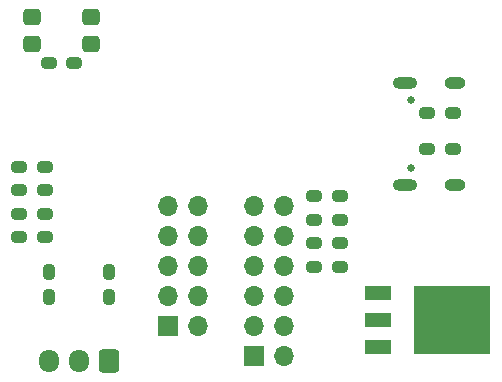
<source format=gbs>
G04 #@! TF.GenerationSoftware,KiCad,Pcbnew,7.0.9*
G04 #@! TF.CreationDate,2024-07-28T13:17:23+09:00*
G04 #@! TF.ProjectId,esp32ble_module,65737033-3262-46c6-955f-6d6f64756c65,rev?*
G04 #@! TF.SameCoordinates,Original*
G04 #@! TF.FileFunction,Soldermask,Bot*
G04 #@! TF.FilePolarity,Negative*
%FSLAX46Y46*%
G04 Gerber Fmt 4.6, Leading zero omitted, Abs format (unit mm)*
G04 Created by KiCad (PCBNEW 7.0.9) date 2024-07-28 13:17:23*
%MOMM*%
%LPD*%
G01*
G04 APERTURE LIST*
G04 Aperture macros list*
%AMRoundRect*
0 Rectangle with rounded corners*
0 $1 Rounding radius*
0 $2 $3 $4 $5 $6 $7 $8 $9 X,Y pos of 4 corners*
0 Add a 4 corners polygon primitive as box body*
4,1,4,$2,$3,$4,$5,$6,$7,$8,$9,$2,$3,0*
0 Add four circle primitives for the rounded corners*
1,1,$1+$1,$2,$3*
1,1,$1+$1,$4,$5*
1,1,$1+$1,$6,$7*
1,1,$1+$1,$8,$9*
0 Add four rect primitives between the rounded corners*
20,1,$1+$1,$2,$3,$4,$5,0*
20,1,$1+$1,$4,$5,$6,$7,0*
20,1,$1+$1,$6,$7,$8,$9,0*
20,1,$1+$1,$8,$9,$2,$3,0*%
G04 Aperture macros list end*
%ADD10R,1.700000X1.700000*%
%ADD11O,1.700000X1.700000*%
%ADD12C,0.650000*%
%ADD13O,2.100000X1.000000*%
%ADD14O,1.800000X1.000000*%
%ADD15RoundRect,0.250000X0.600000X0.725000X-0.600000X0.725000X-0.600000X-0.725000X0.600000X-0.725000X0*%
%ADD16O,1.700000X1.950000*%
%ADD17RoundRect,0.237500X-0.400000X-0.237500X0.400000X-0.237500X0.400000X0.237500X-0.400000X0.237500X0*%
%ADD18RoundRect,0.237500X0.237500X-0.400000X0.237500X0.400000X-0.237500X0.400000X-0.237500X-0.400000X0*%
%ADD19RoundRect,0.237500X0.400000X0.237500X-0.400000X0.237500X-0.400000X-0.237500X0.400000X-0.237500X0*%
%ADD20RoundRect,0.292875X0.432125X-0.394625X0.432125X0.394625X-0.432125X0.394625X-0.432125X-0.394625X0*%
%ADD21R,2.200000X1.200000*%
%ADD22R,6.400000X5.800000*%
G04 APERTURE END LIST*
D10*
X145848000Y-69540000D03*
D11*
X148388000Y-69540000D03*
X145848000Y-67000000D03*
X148388000Y-67000000D03*
X145848000Y-64460000D03*
X148388000Y-64460000D03*
X145848000Y-61920000D03*
X148388000Y-61920000D03*
X145848000Y-59380000D03*
X148388000Y-59380000D03*
X145848000Y-56840000D03*
X148388000Y-56840000D03*
D10*
X138500000Y-67000000D03*
D11*
X141040000Y-67000000D03*
X138500000Y-64460000D03*
X141040000Y-64460000D03*
X138500000Y-61920000D03*
X141040000Y-61920000D03*
X138500000Y-59380000D03*
X141040000Y-59380000D03*
X138500000Y-56840000D03*
X141040000Y-56840000D03*
D12*
X159120000Y-53640000D03*
X159120000Y-47860000D03*
D13*
X158600000Y-55070000D03*
D14*
X162800000Y-55070000D03*
D13*
X158600000Y-46430000D03*
D14*
X162800000Y-46430000D03*
D15*
X133500000Y-70000000D03*
D16*
X131000000Y-70000000D03*
X128500000Y-70000000D03*
D17*
X150937500Y-58000000D03*
X153062500Y-58000000D03*
D18*
X133500000Y-64562500D03*
X133500000Y-62437500D03*
X128500000Y-64562500D03*
X128500000Y-62437500D03*
D17*
X150937500Y-62000000D03*
X153062500Y-62000000D03*
X160500000Y-52000000D03*
X162625000Y-52000000D03*
D19*
X128087500Y-57500000D03*
X125962500Y-57500000D03*
D20*
X127000000Y-43137500D03*
X127000000Y-40862500D03*
D17*
X160500000Y-49000000D03*
X162625000Y-49000000D03*
X150937500Y-56000000D03*
X153062500Y-56000000D03*
D21*
X156300000Y-68780000D03*
X156300000Y-66500000D03*
D22*
X162600000Y-66500000D03*
D21*
X156300000Y-64220000D03*
D19*
X128087500Y-53500000D03*
X125962500Y-53500000D03*
X128087500Y-59500000D03*
X125962500Y-59500000D03*
D20*
X132000000Y-43137500D03*
X132000000Y-40862500D03*
D19*
X128087500Y-55500000D03*
X125962500Y-55500000D03*
D17*
X150937500Y-60000000D03*
X153062500Y-60000000D03*
D19*
X130562500Y-44750000D03*
X128437500Y-44750000D03*
M02*

</source>
